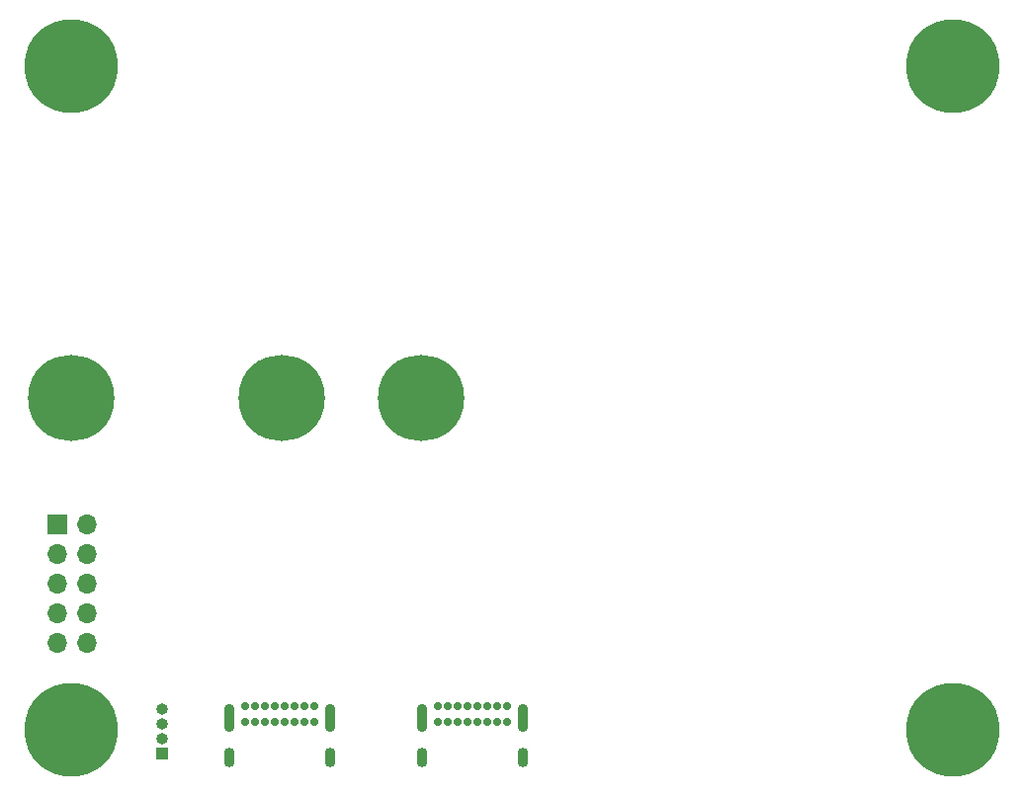
<source format=gbr>
%TF.GenerationSoftware,KiCad,Pcbnew,8.0.3*%
%TF.CreationDate,2024-11-01T12:04:32+00:00*%
%TF.ProjectId,CM4RadarBoard,434d3452-6164-4617-9242-6f6172642e6b,rev?*%
%TF.SameCoordinates,Original*%
%TF.FileFunction,Copper,L4,Inr*%
%TF.FilePolarity,Positive*%
%FSLAX46Y46*%
G04 Gerber Fmt 4.6, Leading zero omitted, Abs format (unit mm)*
G04 Created by KiCad (PCBNEW 8.0.3) date 2024-11-01 12:04:32*
%MOMM*%
%LPD*%
G01*
G04 APERTURE LIST*
%TA.AperFunction,ComponentPad*%
%ADD10C,7.400000*%
%TD*%
%TA.AperFunction,ComponentPad*%
%ADD11C,0.700000*%
%TD*%
%TA.AperFunction,ComponentPad*%
%ADD12O,0.900000X2.400000*%
%TD*%
%TA.AperFunction,ComponentPad*%
%ADD13O,0.900000X1.700000*%
%TD*%
%TA.AperFunction,ComponentPad*%
%ADD14R,1.700000X1.700000*%
%TD*%
%TA.AperFunction,ComponentPad*%
%ADD15O,1.700000X1.700000*%
%TD*%
%TA.AperFunction,ComponentPad*%
%ADD16C,0.900000*%
%TD*%
%TA.AperFunction,ComponentPad*%
%ADD17C,8.000000*%
%TD*%
%TA.AperFunction,ComponentPad*%
%ADD18R,1.000000X1.000000*%
%TD*%
%TA.AperFunction,ComponentPad*%
%ADD19O,1.000000X1.000000*%
%TD*%
G04 APERTURE END LIST*
D10*
%TO.N,GND*%
%TO.C,J9*%
X70000000Y-68500000D03*
%TD*%
%TO.N,GND*%
%TO.C,J8*%
X58000000Y-68500000D03*
%TD*%
%TO.N,GND*%
%TO.C,J7*%
X40000000Y-68500000D03*
%TD*%
D11*
%TO.N,GND*%
%TO.C,J13*%
X71435000Y-94925000D03*
%TO.N,/USB/USBDevAttach*%
X72285000Y-94925000D03*
%TO.N,Net-(J13-CC1)*%
X73135000Y-94925000D03*
%TO.N,/USB/USBDev_P*%
X73985000Y-94925000D03*
%TO.N,/USB/USBDev_N*%
X74835000Y-94925000D03*
%TO.N,unconnected-(J13-SBU1-PadA8)*%
X75685000Y-94925000D03*
%TO.N,/USB/USBDevAttach*%
X76535000Y-94925000D03*
%TO.N,GND*%
X77385000Y-94925000D03*
X77385000Y-96275000D03*
%TO.N,/USB/USBDevAttach*%
X76535000Y-96275000D03*
%TO.N,Net-(J13-CC2)*%
X75685000Y-96275000D03*
%TO.N,/USB/USBDev_P*%
X74835000Y-96275000D03*
%TO.N,/USB/USBDev_N*%
X73985000Y-96275000D03*
%TO.N,unconnected-(J13-SBU2-PadB8)*%
X73135000Y-96275000D03*
%TO.N,/USB/USBDevAttach*%
X72285000Y-96275000D03*
%TO.N,GND*%
X71435000Y-96275000D03*
D12*
%TO.N,unconnected-(J13-SHIELD-PadS1)*%
X70085000Y-95905000D03*
D13*
X70085000Y-99285000D03*
D12*
X78735000Y-95905000D03*
D13*
X78735000Y-99285000D03*
%TD*%
D14*
%TO.N,unconnected-(J6-Pin_1-Pad1)*%
%TO.C,J6*%
X38860000Y-79340000D03*
D15*
%TO.N,unconnected-(J6-Pin_2-Pad2)*%
X41400000Y-79340000D03*
%TO.N,unconnected-(J6-Pin_3-Pad3)*%
X38860000Y-81880000D03*
%TO.N,unconnected-(J6-Pin_4-Pad4)*%
X41400000Y-81880000D03*
%TO.N,unconnected-(J6-Pin_5-Pad5)*%
X38860000Y-84420000D03*
%TO.N,unconnected-(J6-Pin_6-Pad6)*%
X41400000Y-84420000D03*
%TO.N,unconnected-(J6-Pin_7-Pad7)*%
X38860000Y-86960000D03*
%TO.N,unconnected-(J6-Pin_8-Pad8)*%
X41400000Y-86960000D03*
%TO.N,unconnected-(J6-Pin_9-Pad9)*%
X38860000Y-89500000D03*
%TO.N,unconnected-(J6-Pin_10-Pad10)*%
X41400000Y-89500000D03*
%TD*%
D16*
%TO.N,GND*%
%TO.C,H2*%
X112552300Y-40000000D03*
X113430980Y-37878680D03*
X113430980Y-42121320D03*
X115552300Y-37000000D03*
D17*
X115552300Y-40000000D03*
D16*
X115552300Y-43000000D03*
X117673620Y-37878680D03*
X117673620Y-42121320D03*
X118552300Y-40000000D03*
%TD*%
D11*
%TO.N,GND*%
%TO.C,J12*%
X54915000Y-94925000D03*
%TO.N,Net-(D6-A)*%
X55765000Y-94925000D03*
%TO.N,Net-(J12-CC1)*%
X56615000Y-94925000D03*
%TO.N,/USB/USBHOST0_P*%
X57465000Y-94925000D03*
%TO.N,/USB/USBHOST0_N*%
X58315000Y-94925000D03*
%TO.N,unconnected-(J12-SBU1-PadA8)*%
X59165000Y-94925000D03*
%TO.N,Net-(D6-A)*%
X60015000Y-94925000D03*
%TO.N,GND*%
X60865000Y-94925000D03*
X60865000Y-96275000D03*
%TO.N,Net-(D6-A)*%
X60015000Y-96275000D03*
%TO.N,Net-(J12-CC2)*%
X59165000Y-96275000D03*
%TO.N,/USB/USBHOST0_P*%
X58315000Y-96275000D03*
%TO.N,/USB/USBHOST0_N*%
X57465000Y-96275000D03*
%TO.N,unconnected-(J12-SBU2-PadB8)*%
X56615000Y-96275000D03*
%TO.N,Net-(D6-A)*%
X55765000Y-96275000D03*
%TO.N,GND*%
X54915000Y-96275000D03*
D12*
%TO.N,unconnected-(J12-SHIELD-PadS1)*%
X53565000Y-95905000D03*
D13*
X53565000Y-99285000D03*
D12*
X62215000Y-95905000D03*
D13*
X62215000Y-99285000D03*
%TD*%
D16*
%TO.N,GND*%
%TO.C,H1*%
X37000000Y-40000000D03*
X37878680Y-37878680D03*
X37878680Y-42121320D03*
X40000000Y-37000000D03*
D17*
X40000000Y-40000000D03*
D16*
X40000000Y-43000000D03*
X42121320Y-37878680D03*
X42121320Y-42121320D03*
X43000000Y-40000000D03*
%TD*%
%TO.N,GND*%
%TO.C,H3*%
X37000000Y-96896000D03*
X37878680Y-94774680D03*
X37878680Y-99017320D03*
X40000000Y-93896000D03*
D17*
X40000000Y-96896000D03*
D16*
X40000000Y-99896000D03*
X42121320Y-94774680D03*
X42121320Y-99017320D03*
X43000000Y-96896000D03*
%TD*%
%TO.N,GND*%
%TO.C,H4*%
X112552300Y-96896000D03*
X113430980Y-94774680D03*
X113430980Y-99017320D03*
X115552300Y-93896000D03*
D17*
X115552300Y-96896000D03*
D16*
X115552300Y-99896000D03*
X117673620Y-94774680D03*
X117673620Y-99017320D03*
X118552300Y-96896000D03*
%TD*%
D18*
%TO.N,+5V*%
%TO.C,J14*%
X47800000Y-99000000D03*
D19*
%TO.N,/USB/USBHOST2_N*%
X47800000Y-97730000D03*
%TO.N,/USB/USBHOST2_P*%
X47800000Y-96460000D03*
%TO.N,GND*%
X47800000Y-95190000D03*
%TD*%
M02*

</source>
